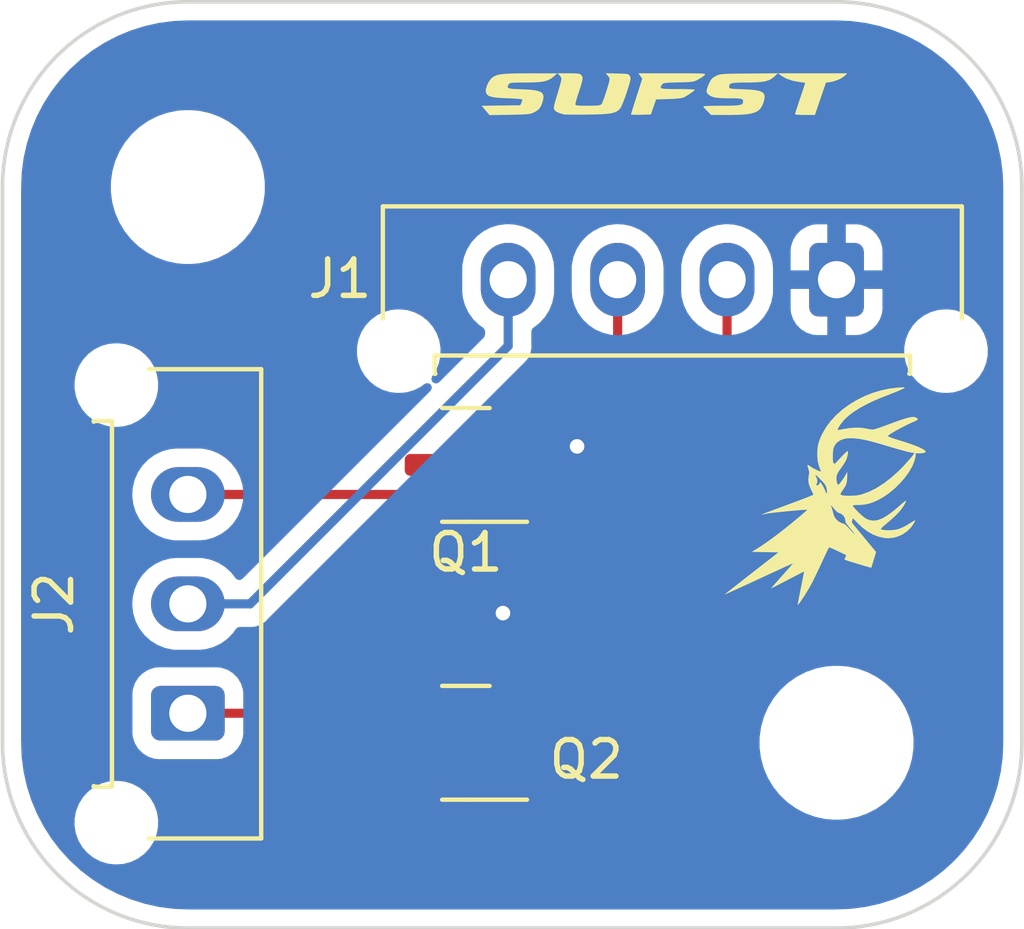
<source format=kicad_pcb>
(kicad_pcb (version 20211014) (generator pcbnew)
  (layers (0 "F.Cu" signal) (31 "B.Cu" signal) (34 "B.Paste" user) (35 "F.Paste" user) (36 "B.SilkS" user "B.Silkscreen") (37 "F.SilkS" user "F.Silkscreen") (38 "B.Mask" user) (39 "F.Mask" user) (44 "Edge.Cuts" user))
  (net 0 "")
  (net 1 "GND")
  (net 2 "Net-(J1-Pad2)")
  (net 3 "Net-(J1-Pad3)")
  (net 4 "+12V")
  (net 5 "Net-(Q2-Pad3)")
  (net 6 "Net-(Q1-Pad3)")
  (footprint "MountingHole:MountingHole_3.2mm_M3" (layer "F.Cu") (at 139.7 111.76)
    (fp_text reference "H1" hide)
    (fp_text value "MountingHole")
    (pad "" np_thru_hole circle (at 0 0) (size 3.2 3.2) (drill 3.2) (layers *.Cu *.Mask))
  )
  (footprint "LOGO" (layer "F.Cu") (at 139.3698 105.0036)
    (fp_text reference "G***" hide)
    (fp_text value "LOGO" hide)
    (fp_poly (pts (xy 2.193665 -2.992995) (xy 2.193911 -2.992856) (xy 2.194167 -2.980385) (xy 2.171998 -2.962069) (xy 2.126394 -2.937367) (xy 2.056342 -2.905739) (xy 1.96083 -2.866646) (xy 1.94763 -2.861436) (xy 1.857202 -2.82583) (xy 1.758844 -2.787056) (xy 1.662725 -2.749124) (xy 1.57901 -2.716044) (xy 1.556236 -2.707033) (xy 1.337913 -2.61471) (xy 1.137086 -2.517771) (xy 0.955885 -2.41747) (xy 0.79644 -2.315055) (xy 0.660884 -2.211778) (xy 0.569582 -2.127869) (xy 0.5206 -2.07462) (xy 0.473563 -2.017261) (xy 0.431419 -1.960187) (xy 0.397117 -1.907792) (xy 0.373606 -1.864472) (xy 0.363835 -1.834623) (xy 0.366142 -1.824631) (xy 0.381974 -1.824258) (xy 0.419104 -1.829032) (xy 0.471701 -1.838074) (xy 0.523797 -1.848374) (xy 0.687879 -1.875024) (xy 0.848547 -1.886654) (xy 0.999334 -1.883109) (xy 1.133775 -1.864232) (xy 1.138737 -1.863153) (xy 1.20266 -1.850272) (xy 1.262706 -1.840326) (xy 1.309457 -1.834793) (xy 1.323788 -1.834135) (xy 1.355705 -1.839418) (xy 1.411437 -1.854874) (xy 1.489177 -1.879915) (xy 1.58712 -1.913952) (xy 1.703458 -1.956396) (xy 1.734106 -1.96784) (xy 1.889656 -2.025579) (xy 2.021863 -2.073213) (xy 2.133041 -2.111319) (xy 2.2255 -2.140472) (xy 2.301554 -2.161252) (xy 2.363514 -2.174233) (xy 2.413693 -2.179994) (xy 2.454404 -2.17911) (xy 2.487958 -2.17216) (xy 2.512379 -2.162017) (xy 2.546806 -2.139592) (xy 2.558254 -2.118332) (xy 2.545685 -2.096558) (xy 2.508063 -2.072589) (xy 2.44435 -2.044748) (xy 2.438567 -2.042486) (xy 2.381745 -2.018492) (xy 2.31176 -1.985972) (xy 2.232566 -1.947067) (xy 2.148119 -1.903916) (xy 2.062372 -1.85866) (xy 1.979281 -1.813439) (xy 1.902799 -1.770395) (xy 1.83688 -1.731667) (xy 1.785481 -1.699396) (xy 1.752554 -1.675723) (xy 1.742924 -1.665948) (xy 1.74336 -1.654736) (xy 1.759055 -1.641425) (xy 1.792189 -1.625124) (xy 1.844946 -1.604941) (xy 1.91951 -1.579987) (xy 2.018064 -1.549369) (xy 2.058223 -1.537272) (xy 2.207119 -1.490971) (xy 2.343204 -1.445235) (xy 2.46444 -1.40093) (xy 2.568793 -1.358921) (xy 2.654226 -1.320073) (xy 2.718705 -1.285253) (xy 2.760192 -1.255326) (xy 2.776531 -1.231849) (xy 2.768262 -1.208902) (xy 2.733492 -1.192715) (xy 2.672711 -1.183431) (xy 2.604402 -1.181072) (xy 2.501094 -1.181072) (xy 2.501094 -1.133903) (xy 2.495054 -1.083495) (xy 2.478616 -1.016537) (xy 2.454306 -0.941082) (xy 2.424649 -0.865184) (xy 2.400436 -0.812855) (xy 2.315461 -0.666699) (xy 2.208081 -0.5188) (xy 2.082945 -0.373774) (xy 1.944701 -0.236236) (xy 1.797997 -0.1108) (xy 1.647482 -0.002083) (xy 1.497803 0.085302) (xy 1.493709 0.087377) (xy 1.362876 0.148259) (xy 1.244063 0.191542) (xy 1.129582 0.219221) (xy 1.011745 0.233292) (xy 0.920542 0.236118) (xy 0.855649 0.236704) (xy 0.813755 0.238874) (xy 0.790081 0.243402) (xy 0.779848 0.251063) (xy 0.778118 0.259219) (xy 0.787563 0.276639) (xy 0.813578 0.309312) (xy 0.852689 0.353246) (xy 0.901418 0.404451) (xy 0.927489 0.430723) (xy 1.004825 0.504915) (xy 1.068749 0.559958) (xy 1.122796 0.598728) (xy 1.158479 0.618618) (xy 1.236438 0.648656) (xy 1.315546 0.662945) (xy 1.39766 0.660692) (xy 1.484636 0.641106) (xy 1.578332 0.603395) (xy 1.680604 0.546765) (xy 1.79331 0.470425) (xy 1.918306 0.373583) (xy 2.05745 0.255446) (xy 2.101614 0.216285) (xy 2.151506 0.172963) (xy 2.1931 0.139313) (xy 2.222651 0.118177) (xy 2.236415 0.112398) (xy 2.236954 0.113569) (xy 2.228276 0.148975) (xy 2.204791 0.199787) (xy 2.169751 0.260289) (xy 2.126409 0.324765) (xy 2.088105 0.375165) (xy 2.033338 0.438914) (xy 1.967617 0.50715) (xy 1.888028 0.582624) (xy 1.791659 0.668088) (xy 1.675596 0.766294) (xy 1.663197 0.776588) (xy 1.615168 0.81809) (xy 1.576978 0.854329) (xy 1.552729 0.881189) (xy 1.546239 0.894024) (xy 1.564231 0.907613) (xy 1.604343 0.917658) (xy 1.661129 0.924112) (xy 1.729139 0.926931) (xy 1.802926 0.926069) (xy 1.877042 0.92148) (xy 1.946039 0.91312) (xy 2.004469 0.900942) (xy 2.01477 0.897931) (xy 2.116528 0.860149) (xy 2.221724 0.808225) (xy 2.336948 0.738841) (xy 2.358671 0.724632) (xy 2.409794 0.692256) (xy 2.451253 0.668691) (xy 2.478487 0.656348) (xy 2.487069 0.656794) (xy 2.480453 0.677509) (xy 2.463515 0.713055) (xy 2.44693 0.743381) (xy 2.364602 0.859662) (xy 2.263191 0.958839) (xy 2.146457 1.03907) (xy 2.018158 1.098513) (xy 1.882053 1.135326) (xy 1.7419 1.147667) (xy 1.637793 1.139961) (xy 1.479543 1.104776) (xy 1.327686 1.045927) (xy 1.180408 0.962385) (xy 1.035895 0.85312) (xy 0.892662 0.717448) (xy 0.778819 0.598866) (xy 0.762531 0.653231) (xy 0.75352 0.69327) (xy 0.757088 0.720142) (xy 0.765654 0.735155) (xy 0.778828 0.75202) (xy 0.807589 0.787632) (xy 0.849779 0.839354) (xy 0.903233 0.904548) (xy 0.965793 0.980578) (xy 1.035296 1.064808) (xy 1.100123 1.143182) (xy 1.415181 1.52365) (xy 1.351134 1.737947) (xy 1.329336 1.810539) (xy 1.310335 1.873172) (xy 1.295532 1.921277) (xy 1.28633 1.950282) (xy 1.284017 1.956728) (xy 1.270353 1.954397) (xy 1.234318 1.945048) (xy 1.180075 1.92993) (xy 1.111782 1.910293) (xy 1.033603 1.887384) (xy 0.949699 1.862453) (xy 0.864229 1.83675) (xy 0.781357 1.811522) (xy 0.705242 1.78802) (xy 0.640047 1.767492) (xy 0.589932 1.751186) (xy 0.559059 1.740353) (xy 0.551199 1.736769) (xy 0.550043 1.719297) (xy 0.560398 1.687147) (xy 0.568522 1.669693) (xy 0.597392 1.613104) (xy 0.365635 1.501058) (xy 0.291933 1.46623) (xy 0.226784 1.436968) (xy 0.174275 1.414986) (xy 0.138495 1.401995) (xy 0.123561 1.399675) (xy 0.115456 1.414419) (xy 0.097172 1.451392) (xy 0.070144 1.507576) (xy 0.035805 1.579953) (xy -0.00441 1.665506) (xy -0.049068 1.761215) (xy -0.082594 1.833485) (xy -0.13413 1.94389) (xy -0.186523 2.054413) (xy -0.237493 2.160363) (xy -0.284757 2.257049) (xy -0.326033 2.339782) (xy -0.359041 2.403869) (xy -0.369848 2.424021) (xy -0.414467 2.503456) (xy -0.462629 2.58529) (xy -0.512339 2.666546) (xy -0.561606 2.744248) (xy -0.608435 2.81542) (xy -0.650835 2.877084) (xy -0.686812 2.926264) (xy -0.714374 2.959985) (xy -0.731526 2.975268) (xy -0.736433 2.971518) (xy -0.733783 2.953491) (xy -0.726266 2.911614) (xy -0.714531 2.849272) (xy -0.699229 2.769853) (xy -0.68101 2.676741) (xy -0.660523 2.573324) (xy -0.647369 2.507512) (xy -0.625987 2.400508) (xy -0.606583 2.302649) (xy -0.589781 2.217148) (xy -0.576207 2.147218) (xy -0.566487 2.096073) (xy -0.561245 2.066927) (xy -0.560525 2.061306) (xy -0.572907 2.067009) (xy -0.60718 2.084165) (xy -0.660599 2.111364) (xy -0.730421 2.147199) (xy -0.813901 2.19026) (xy -0.908295 2.23914) (xy -1.010859 2.292431) (xy -1.013445 2.293776) (xy -1.116228 2.347119) (xy -1.21098 2.396005) (xy -1.294947 2.439034) (xy -1.365375 2.474808) (xy -1.419507 2.501927) (xy -1.454591 2.518992) (xy -1.467872 2.524605) (xy -1.4679 2.524588) (xy -1.45989 2.513738) (xy -1.435427 2.484682) (xy -1.396651 2.439866) (xy -1.345702 2.381735) (xy -1.284721 2.312738) (xy -1.215847 2.23532) (xy -1.167476 2.181211) (xy -1.094593 2.099602) (xy -1.028201 2.024811) (xy -0.970439 1.959283) (xy -0.923449 1.905466) (xy -0.889371 1.865806) (xy -0.870344 1.84275) (xy -0.867067 1.837821) (xy -0.879958 1.842912) (xy -0.916083 1.858827) (xy -0.973481 1.884665) (xy -1.050189 1.919529) (xy -1.144245 1.96252) (xy -1.253686 2.012738) (xy -1.376551 2.069285) (xy -1.510876 2.131262) (xy -1.654701 2.19777) (xy -1.806062 2.267911) (xy -1.811661 2.270508) (xy -1.962708 2.340451) (xy -2.105904 2.406509) (xy -2.239336 2.467814) (xy -2.361091 2.523499) (xy -2.469254 2.572696) (xy -2.561912 2.614538) (xy -2.63715 2.648158) (xy -2.693055 2.672688) (xy -2.727712 2.68726) (xy -2.739209 2.691008) (xy -2.739124 2.690873) (xy -2.726135 2.679776) (xy -2.693059 2.653062) (xy -2.641737 2.612184) (xy -2.574013 2.558592) (xy -2.491729 2.493739) (xy -2.396729 2.419075) (xy -2.290855 2.336053) (xy -2.175951 2.246124) (xy -2.053859 2.150738) (xy -1.995354 2.105088) (xy -1.264947 1.535394) (xy -1.629438 1.528447) (xy -1.993928 1.521499) (xy -1.851747 1.434136) (xy -1.72535 1.352868) (xy -1.582102 1.254319) (xy -1.424945 1.140713) (xy -1.25682 1.014277) (xy -1.080669 0.877236) (xy -0.899433 0.731815) (xy -0.716056 0.580239) (xy -0.655578 0.529252) (xy -0.595904 0.478159) (xy -0.544846 0.433417) (xy -0.505699 0.398002) (xy -0.481762 0.374886) (xy -0.475844 0.367117) (xy -0.491716 0.365911) (xy -0.531589 0.367389) (xy -0.591843 0.371207) (xy -0.668855 0.37702) (xy -0.759004 0.384485) (xy -0.858666 0.393257) (xy -0.964221 0.402993) (xy -1.072045 0.413347) (xy -1.178518 0.423976) (xy -1.280016 0.434536) (xy -1.372918 0.444683) (xy -1.453601 0.454072) (xy -1.518445 0.462359) (xy -1.563825 0.469201) (xy -1.577079 0.471749) (xy -1.621237 0.481468) (xy -1.659101 0.489739) (xy -1.689335 0.496003) (xy -1.710605 0.499704) (xy -1.721573 0.500282) (xy -1.720905 0.49718) (xy -1.707265 0.48984) (xy -1.679316 0.477704) (xy -1.635723 0.460215) (xy -1.57515 0.436814) (xy -1.496261 0.406944) (xy -1.397721 0.370046) (xy -1.278194 0.325564) (xy -1.136344 0.272938) (xy -1.071605 0.24895) (xy 0.175698 0.24895) (xy 0.179894 0.263378) (xy 0.191689 0.291193) (xy 0.191954 0.291795) (xy 0.21034 0.342324) (xy 0.22729 0.403062) (xy 0.234676 0.437318) (xy 0.250376 0.496067) (xy 0.273745 0.555113) (xy 0.288642 0.583215) (xy 0.335279 0.640774) (xy 0.396763 0.691689) (xy 0.463583 0.729066) (xy 0.510294 0.743848) (xy 0.535467 0.751359) (xy 0.56133 0.766278) (xy 0.592091 0.792143) (xy 0.631955 0.83249) (xy 0.685129 0.890858) (xy 0.685277 0.891024) (xy 0.738521 0.950259) (xy 0.776069 0.990918) (xy 0.800407 1.015445) (xy 0.814022 1.02628) (xy 0.819401 1.025865) (xy 0.819803 1.023118) (xy 0.811446 1.011162) (xy 0.788489 0.981817) (xy 0.754109 0.939057) (xy 0.711477 0.886855) (xy 0.694955 0.866799) (xy 0.644661 0.805097) (xy 0.609852 0.759753) (xy 0.587754 0.726179) (xy 0.575588 0.699786) (xy 0.57058 0.675985) (xy 0.569848 0.660011) (xy 0.556433 0.59183) (xy 0.51987 0.531174) (xy 0.464699 0.483227) (xy 0.395464 0.453168) (xy 0.386663 0.451061) (xy 0.354336 0.433994) (xy 0.312001 0.396542) (xy 0.275846 0.356805) (xy 0.229177 0.301834) (xy 0.198294 0.266592) (xy 0.181149 0.249492) (xy 0.175698 0.24895) (xy -1.071605 0.24895) (xy -0.970835 0.211611) (xy -0.823438 0.157001) (xy -0.710084 0.114666) (xy -0.6053 0.074897) (xy -0.511864 0.038793) (xy -0.432554 0.007459) (xy -0.370145 -0.018006) (xy -0.327416 -0.036499) (xy -0.307142 -0.046918) (xy -0.305851 -0.048351) (xy -0.311729 -0.065826) (xy -0.3277 -0.102014) (xy -0.351053 -0.150964) (xy -0.369233 -0.18745) (xy -0.413569 -0.288328) (xy -0.437844 -0.38016) (xy -0.443449 -0.471572) (xy -0.431771 -0.571187) (xy -0.431367 -0.57334) (xy -0.428361 -0.591937) (xy -0.246392 -0.591937) (xy -0.244737 -0.577034) (xy -0.232874 -0.54873) (xy -0.231825 -0.546668) (xy -0.201707 -0.475625) (xy -0.192315 -0.417131) (xy -0.203006 -0.365967) (xy -0.208179 -0.354802) (xy -0.223471 -0.323289) (xy -0.225297 -0.309343) (xy -0.212865 -0.305799) (xy -0.202758 -0.305689) (xy -0.164031 -0.316697) (xy -0.141809 -0.345683) (xy -0.13895 -0.364048) (xy -0.133441 -0.386894) (xy -0.118344 -0.387159) (xy -0.095805 -0.367451) (xy -0.067967 -0.33038) (xy -0.036975 -0.278557) (xy -0.004975 -0.21459) (xy 0.008072 -0.185147) (xy 0.032806 -0.127697) (xy 0.048809 -0.093182) (xy 0.058224 -0.078963) (xy 0.063193 -0.082401) (xy 0.065857 -0.100856) (xy 0.066827 -0.112749) (xy 0.065219 -0.158185) (xy 0.05639 -0.213854) (xy 0.048592 -0.245357) (xy 0.036613 -0.280336) (xy 0.020324 -0.312564) (xy -0.004012 -0.347191) (xy -0.040129 -0.389365) (xy -0.091763 -0.444239) (xy -0.107284 -0.460289) (xy -0.155951 -0.509644) (xy -0.197516 -0.550287) (xy -0.228338 -0.578773) (xy -0.244777 -0.591657) (xy -0.246392 -0.591937) (xy -0.428361 -0.591937) (xy -0.423251 -0.623558) (xy -0.421913 -0.663142) (xy -0.428174 -0.704042) (xy -0.442853 -0.758209) (xy -0.444432 -0.763529) (xy -0.458119 -0.812268) (xy -0.467027 -0.849536) (xy -0.469543 -0.868436) (xy -0.469187 -0.869361) (xy -0.456102 -0.864647) (xy -0.425989 -0.847497) (xy -0.384672 -0.821294) (xy -0.372468 -0.813184) (xy -0.327064 -0.78512) (xy -0.274176 -0.756041) (xy -0.219678 -0.728706) (xy -0.169442 -0.705876) (xy -0.129342 -0.69031) (xy -0.105251 -0.684768) (xy -0.101524 -0.685857) (xy -0.10358 -0.700314) (xy -0.114385 -0.731501) (xy -0.122697 -0.751835) (xy -0.162057 -0.860837) (xy -0.186634 -0.972899) (xy -0.197807 -1.094428) (xy 0.229563 -1.094428) (xy 0.230399 -1.021041) (xy 0.233014 -0.97036) (xy 0.238041 -0.937324) (xy 0.246114 -0.916874) (xy 0.252844 -0.908378) (xy 0.264315 -0.899636) (xy 0.277073 -0.899628) (xy 0.29515 -0.911164) (xy 0.322581 -0.937053) (xy 0.363397 -0.980105) (xy 0.377222 -0.995022) (xy 0.461143 -1.084625) (xy 0.528068 -1.153521) (xy 0.578729 -1.202399) (xy 0.613862 -1.231952) (xy 0.634198 -1.242869) (xy 0.638972 -1.241638) (xy 0.644823 -1.218661) (xy 0.642437 -1.176837) (xy 0.633186 -1.123396) (xy 0.618442 -1.065568) (xy 0.599576 -1.010582) (xy 0.591576 -0.991857) (xy 0.567095 -0.945696) (xy 0.531254 -0.887044) (xy 0.489906 -0.825226) (xy 0.466967 -0.793295) (xy 0.413846 -0.719802) (xy 0.37607 -0.662333) (xy 0.351145 -0.615604) (xy 0.336573 -0.574333) (xy 0.329859 -0.533238) (xy 0.328484 -0.500218) (xy 0.331534 -0.446934) (xy 0.3402 -0.395242) (xy 0.352591 -0.352296) (xy 0.366815 -0.32525) (xy 0.376256 -0.319584) (xy 0.392477 -0.330501) (xy 0.419518 -0.359788) (xy 0.453475 -0.402246) (xy 0.490441 -0.45268) (xy 0.526511 -0.50589) (xy 0.557779 -0.556681) (xy 0.567415 -0.573944) (xy 0.591399 -0.617613) (xy 0.610521 -0.650846) (xy 0.620807 -0.666748) (xy 0.621011 -0.666958) (xy 0.623432 -0.656914) (xy 0.624492 -0.624376) (xy 0.624131 -0.574609) (xy 0.622605 -0.521061) (xy 0.618404 -0.444887) (xy 0.610355 -0.384465) (xy 0.595686 -0.332184) (xy 0.571627 -0.280434) (xy 0.535407 -0.221606) (xy 0.489474 -0.155408) (xy 0.455375 -0.103793) (xy 0.439741 -0.070268) (xy 0.441483 -0.053178) (xy 0.468078 -0.037247) (xy 0.512519 -0.026385) (xy 0.5775 -0.020278) (xy 0.665713 -0.018611) (xy 0.729486 -0.019577) (xy 0.816729 -0.022828) (xy 0.885602 -0.028616) (xy 0.945496 -0.038229) (xy 1.005804 -0.052953) (xy 1.035175 -0.061467) (xy 1.230464 -0.133541) (xy 1.427639 -0.233066) (xy 1.626328 -0.359797) (xy 1.826157 -0.513488) (xy 2.026754 -0.693892) (xy 2.09735 -0.763576) (xy 2.152657 -0.820782) (xy 2.211218 -0.883672) (xy 2.269959 -0.948679) (xy 2.325806 -1.01224) (xy 2.375683 -1.070787) (xy 2.416518 -1.120757) (xy 2.445235 -1.158583) (xy 2.45876 -1.1807) (xy 2.459409 -1.183459) (xy 2.447617 -1.192453) (xy 2.428145 -1.194985) (xy 2.39093 -1.199331) (xy 2.328685 -1.212109) (xy 2.242745 -1.232968) (xy 2.134448 -1.261561) (xy 2.005127 -1.297537) (xy 1.856121 -1.340546) (xy 1.73888 -1.37523) (xy 1.58769 -1.420056) (xy 1.459364 -1.457346) (xy 1.350296 -1.488014) (xy 1.256875 -1.512979) (xy 1.175496 -1.533156) (xy 1.102548 -1.549461) (xy 1.034424 -1.56281) (xy 0.967516 -1.574121) (xy 0.93791 -1.578632) (xy 0.780943 -1.594808) (xy 0.644908 -1.593576) (xy 0.528939 -1.574766) (xy 0.432172 -1.538207) (xy 0.35374 -1.48373) (xy 0.329131 -1.458927) (xy 0.290368 -1.410081) (xy 0.262646 -1.359346) (xy 0.244374 -1.300902) (xy 0.233962 -1.228929) (xy 0.22982 -1.137607) (xy 0.229563 -1.094428) (xy -0.197807 -1.094428) (xy -0.198031 -1.096862) (xy -0.199257 -1.174124) (xy -0.19465 -1.290312) (xy -0.180861 -1.394145) (xy -0.155769 -1.494073) (xy -0.117252 -1.598549) (xy -0.063187 -1.716021) (xy -0.063184 -1.716028) (xy 0.040822 -1.89667) (xy 0.169256 -2.068765) (xy 0.319663 -2.230816) (xy 0.489592 -2.381324) (xy 0.676588 -2.518792) (xy 0.878197 -2.641722) (xy 1.091967 -2.748618) (xy 1.315444 -2.83798) (xy 1.546174 -2.908312) (xy 1.781705 -2.958116) (xy 2.016776 -2.985701) (xy 2.082708 -2.989887) (xy 2.13783 -2.992647) (xy 2.176648 -2.993757)) (layer "F.SilkS") (width 0) (fill solid))
  )
  (footprint "Package_TO_SOT_SMD:SOT-23" (layer "F.Cu") (at 129.54 111.76 180)
    (fp_text reference "Q2" (at -3.302 -0.4572) (layer "F.SilkS"))
    (fp_text value "FDN359BN")
    (fp_line (start 0 1.56) (end 0.65 1.56) (layer "F.SilkS") (width 0.12))
    (fp_line (start 0 -1.56) (end 0.65 -1.56) (layer "F.SilkS") (width 0.12))
    (fp_line (start 0 -1.56) (end -1.675 -1.56) (layer "F.SilkS") (width 0.12))
    (fp_line (start 0 1.56) (end -0.65 1.56) (layer "F.SilkS") (width 0.12))
    (pad "1" smd roundrect (at -0.9375 -0.95 180) (size 1.475 0.6) (layers "F.Cu" "F.Paste" "F.Mask") (net 2 "Net-(J1-Pad2)"))
    (pad "2" smd roundrect (at -0.9375 0.95 180) (size 1.475 0.6) (layers "F.Cu" "F.Paste" "F.Mask") (net 1 "GND"))
    (pad "3" smd roundrect (at 0.9375 0 180) (size 1.475 0.6) (layers "F.Cu" "F.Paste" "F.Mask") (net 5 "Net-(Q2-Pad3)"))
  )
  (footprint "Package_TO_SOT_SMD:SOT-23" (layer "F.Cu") (at 129.54 104.14 180)
    (fp_text reference "Q1" (at 0 -2.4) (layer "F.SilkS"))
    (fp_text value "FDN359BN")
    (fp_line (start 0 1.56) (end 0.65 1.56) (layer "F.SilkS") (width 0.12))
    (fp_line (start 0 -1.56) (end 0.65 -1.56) (layer "F.SilkS") (width 0.12))
    (fp_line (start 0 1.56) (end -0.65 1.56) (layer "F.SilkS") (width 0.12))
    (fp_line (start 0 -1.56) (end -1.675 -1.56) (layer "F.SilkS") (width 0.12))
    (pad "1" smd roundrect (at -0.9375 -0.95 180) (size 1.475 0.6) (layers "F.Cu" "F.Paste" "F.Mask") (net 3 "Net-(J1-Pad3)"))
    (pad "2" smd roundrect (at -0.9375 0.95 180) (size 1.475 0.6) (layers "F.Cu" "F.Paste" "F.Mask") (net 1 "GND"))
    (pad "3" smd roundrect (at 0.9375 0 180) (size 1.475 0.6) (layers "F.Cu" "F.Paste" "F.Mask") (net 6 "Net-(Q1-Pad3)"))
  )
  (footprint "MountingHole:MountingHole_3.2mm_M3" (layer "F.Cu") (at 121.92 96.52)
    (fp_text reference "H2" hide)
    (fp_text value "MountingHole")
    (pad "" np_thru_hole circle (at 0 0) (size 3.2 3.2) (drill 3.2) (layers *.Cu *.Mask))
  )
  (footprint "Connector_Molex:Molex_Micro-Fit_3.0_43650-0415_1x04_P3.00mm_Vertical" (layer "F.Cu") (at 139.7 99.06 180)
    (fp_text reference "J1" (at 13.6144 0.0254) (layer "F.SilkS"))
    (fp_text value "Conn_01x04")
    (fp_line (start 12.435 2.01) (end 12.435 -1.065) (layer "F.SilkS") (width 0.12))
    (fp_line (start -3.435 -1.065) (end -3.435 2.01) (layer "F.SilkS") (width 0.12))
    (fp_line (start 11.015 -2.58) (end 10.995 -2.58) (layer "F.SilkS") (width 0.12))
    (fp_line (start -2.015 -2.08) (end 11.015 -2.08) (layer "F.SilkS") (width 0.12))
    (fp_line (start 11.015 -2.08) (end 11.015 -2.58) (layer "F.SilkS") (width 0.12))
    (fp_line (start -1.995 -2.58) (end -2.015 -2.58) (layer "F.SilkS") (width 0.12))
    (fp_line (start -2.015 -2.58) (end -2.015 -2.08) (layer "F.SilkS") (width 0.12))
    (fp_line (start -3.435 2.01) (end 12.435 2.01) (layer "F.SilkS") (width 0.12))
    (pad "" np_thru_hole circle (at 12 -1.96 180) (size 1.27 1.27) (drill 1.27) (layers *.Cu *.Mask))
    (pad "" np_thru_hole circle (at -3 -1.96 180) (size 1.27 1.27) (drill 1.27) (layers *.Cu *.Mask))
    (pad "1" thru_hole roundrect (at 0 0 180) (size 1.5 2.02) (drill 1.02) (layers *.Cu *.Mask) (roundrect_rratio 0.166667) (net 1 "GND"))
    (pad "2" thru_hole oval (at 3 0 180) (size 1.5 2.02) (drill 1.02) (layers *.Cu *.Mask) (net 2 "Net-(J1-Pad2)"))
    (pad "3" thru_hole oval (at 6 0 180) (size 1.5 2.02) (drill 1.02) (layers *.Cu *.Mask) (net 3 "Net-(J1-Pad3)"))
    (pad "4" thru_hole oval (at 9 0 180) (size 1.5 2.02) (drill 1.02) (layers *.Cu *.Mask) (net 4 "+12V"))
  )
  (footprint "Connector_Molex:Molex_Micro-Fit_3.0_43650-0315_1x03_P3.00mm_Vertical" (layer "F.Cu") (at 121.92 110.95 90)
    (fp_text reference "J2" (at 3 -3.67 90) (layer "F.SilkS"))
    (fp_text value "Conn_01x03")
    (fp_line (start -1.995 -2.58) (end -2.015 -2.58) (layer "F.SilkS") (width 0.12))
    (fp_line (start -3.435 -1.065) (end -3.435 2.01) (layer "F.SilkS") (width 0.12))
    (fp_line (start -3.435 2.01) (end 9.435 2.01) (layer "F.SilkS") (width 0.12))
    (fp_line (start 9.435 2.01) (end 9.435 -1.065) (layer "F.SilkS") (width 0.12))
    (fp_line (start -2.015 -2.58) (end -2.015 -2.08) (layer "F.SilkS") (width 0.12))
    (fp_line (start -2.015 -2.08) (end 8.015 -2.08) (layer "F.SilkS") (width 0.12))
    (fp_line (start 8.015 -2.58) (end 7.995 -2.58) (layer "F.SilkS") (width 0.12))
    (fp_line (start 8.015 -2.08) (end 8.015 -2.58) (layer "F.SilkS") (width 0.12))
    (pad "" np_thru_hole circle (at 9 -1.96 90) (size 1.27 1.27) (drill 1.27) (layers *.Cu *.Mask))
    (pad "" np_thru_hole circle (at -3 -1.96 90) (size 1.27 1.27) (drill 1.27) (layers *.Cu *.Mask))
    (pad "1" thru_hole roundrect (at 0 0 90) (size 1.5 2.02) (drill 1.02) (layers *.Cu *.Mask) (roundrect_rratio 0.166667) (net 5 "Net-(Q2-Pad3)"))
    (pad "2" thru_hole oval (at 3 0 90) (size 1.5 2.02) (drill 1.02) (layers *.Cu *.Mask) (net 4 "+12V"))
    (pad "3" thru_hole oval (at 6 0 90) (size 1.5 2.02) (drill 1.02) (layers *.Cu *.Mask) (net 6 "Net-(Q1-Pad3)"))
  )
  (footprint "LOGO" (layer "F.Cu") (at 134.9798 93.9588)
    (fp_text reference "G***" hide)
    (fp_text value "LOGO" hide)
    (fp_poly (pts (xy -2.9337 -0.556686) (xy -3.028581 -0.472821) (xy -3.101565 -0.415947) (xy -3.180233 -0.373014) (xy -3.272845 -0.342248) (xy -3.387663 -0.321878) (xy -3.532951 -0.310133) (xy -3.71697 -0.305239) (xy -3.812024 -0.304801) (xy -3.969489 -0.304417) (xy -4.083723 -0.302722) (xy -4.162289 -0.298897) (xy -4.212755 -0.292124) (xy -4.242686 -0.281585) (xy -4.259647 -0.266461) (xy -4.266307 -0.25567) (xy -4.288038 -0.210751) (xy -4.293652 -0.178222) (xy -4.277098 -0.15575) (xy -4.232323 -0.141) (xy -4.153274 -0.131638) (xy -4.033901 -0.12533) (xy -3.91795 -0.121317) (xy -3.713981 -0.111441) (xy -3.556526 -0.094735) (xy -3.441483 -0.068668) (xy -3.364748 -0.030712) (xy -3.322218 0.021663) (xy -3.309789 0.090987) (xy -3.32336 0.179789) (xy -3.33957 0.235244) (xy -3.383025 0.346618) (xy -3.435349 0.423247) (xy -3.510095 0.480972) (xy -3.5814 0.517861) (xy -3.624028 0.535759) (xy -3.670165 0.549417) (xy -3.727575 0.559558) (xy -3.804021 0.566909) (xy -3.907268 0.572194) (xy -4.045079 0.57614) (xy -4.225218 0.579471) (xy -4.24403 0.579769) (xy -4.79236 0.588391) (xy -4.900009 0.459817) (xy -5.007657 0.331242) (xy -4.479002 0.324371) (xy -3.950346 0.3175) (xy -3.915965 0.245725) (xy -3.896853 0.190849) (xy -3.89814 0.157345) (xy -3.898614 0.156825) (xy -3.92863 0.150138) (xy -4.000348 0.14287) (xy -4.104684 0.13569) (xy -4.232556 0.129271) (xy -4.313673 0.126168) (xy -4.500398 0.117414) (xy -4.642545 0.104326) (xy -4.746268 0.085139) (xy -4.817725 0.058088) (xy -4.863071 0.021408) (xy -4.888461 -0.026664) (xy -4.892163 -0.039664) (xy -4.891863 -0.115565) (xy -4.865728 -0.21217) (xy -4.820718 -0.311384) (xy -4.763792 -0.395115) (xy -4.749501 -0.410526) (xy -4.704878 -0.450034) (xy -4.654263 -0.481959) (xy -4.592025 -0.507069) (xy -4.512531 -0.526135) (xy -4.41015 -0.539925) (xy -4.27925 -0.54921) (xy -4.114201 -0.554758) (xy -3.90937 -0.557339) (xy -3.67204 -0.557743)) (layer "F.SilkS") (width 0) (fill solid))
    (fp_poly (pts (xy -1.295177 -0.553274) (xy -1.163777 -0.549892) (xy -1.073855 -0.545529) (xy -1.016096 -0.538268) (xy -0.981185 -0.52619) (xy -0.959808 -0.507378) (xy -0.943145 -0.480797) (xy -0.930285 -0.452462) (xy -0.925258 -0.419823) (xy -0.929682 -0.374523) (xy -0.945175 -0.308204) (xy -0.973356 -0.212511) (xy -1.015841 -0.079085) (xy -1.028438 -0.040237) (xy -1.076905 0.101552) (xy -1.124584 0.227758) (xy -1.16744 0.328487) (xy -1.20144 0.393838) (xy -1.210517 0.406541) (xy -1.255109 0.452689) (xy -1.306716 0.489287) (xy -1.371616 0.517503) (xy -1.456086 0.538507) (xy -1.566404 0.553467) (xy -1.708847 0.563553) (xy -1.889692 0.569933) (xy -2.1082 0.573691) (xy -2.279868 0.575215) (xy -2.436605 0.575563) (xy -2.570582 0.574803) (xy -2.673965 0.573002) (xy -2.738925 0.570225) (xy -2.7559 0.568196) (xy -2.876248 0.533342) (xy -2.955543 0.497815) (xy -3.003386 0.457053) (xy -3.010455 0.447218) (xy -3.023414 0.421621) (xy -3.028325 0.389656) (xy -3.023706 0.343075) (xy -3.008072 0.273629) (xy -2.97994 0.173068) (xy -2.937826 0.033144) (xy -2.933355 0.018521) (xy -2.893587 -0.114656) (xy -2.859866 -0.233687) (xy -2.83484 -0.328735) (xy -2.82116 -0.389962) (xy -2.8194 -0.404574) (xy -2.837141 -0.458114) (xy -2.87499 -0.507011) (xy -2.930579 -0.5588) (xy -2.624927 -0.5588) (xy -2.492157 -0.557843) (xy -2.400645 -0.554122) (xy -2.340868 -0.546366) (xy -2.303307 -0.533303) (xy -2.278438 -0.513661) (xy -2.277237 -0.51235) (xy -2.25318 -0.480059) (xy -2.240912 -0.442935) (xy -2.241551 -0.392547) (xy -2.256217 -0.320466) (xy -2.286027 -0.218261) (xy -2.332101 -0.077504) (xy -2.3368 -0.063501) (xy -2.375751 0.055947) (xy -2.407797 0.160895) (xy -2.429738 0.240385) (xy -2.438375 0.283458) (xy -2.4384 0.28456) (xy -2.434385 0.303056) (xy -2.417071 0.315777) (xy -2.378559 0.323786) (xy -2.310948 0.328147) (xy -2.206339 0.329923) (xy -2.099437 0.3302) (xy -1.958555 0.329354) (xy -1.859672 0.32613) (xy -1.794003 0.319495) (xy -1.752767 0.308417) (xy -1.727178 0.291862) (xy -1.721307 0.28575) (xy -1.700667 0.246792) (xy -1.670298 0.170726) (xy -1.634038 0.069395) (xy -1.595721 -0.045353) (xy -1.559183 -0.161673) (xy -1.52826 -0.267719) (xy -1.506788 -0.351644) (xy -1.498603 -0.401603) (xy -1.4986 -0.402044) (xy -1.514966 -0.447078) (xy -1.554345 -0.500564) (xy -1.554602 -0.500837) (xy -1.610603 -0.560447)) (layer "F.SilkS") (width 0) (fill solid))
    (fp_poly (pts (xy 0.460837 -0.558722) (xy 0.656404 -0.558323) (xy 0.810383 -0.557359) (xy 0.927378 -0.555588) (xy 1.011995 -0.552766) (xy 1.06884 -0.548648) (xy 1.102518 -0.542991) (xy 1.117635 -0.535551) (xy 1.118796 -0.526084) (xy 1.110607 -0.514347) (xy 1.108278 -0.511733) (xy 1.062806 -0.473684) (xy 0.990527 -0.425251) (xy 0.932891 -0.391411) (xy 0.881218 -0.364041) (xy 0.834473 -0.344265) (xy 0.782898 -0.330607) (xy 0.716736 -0.321593) (xy 0.62623 -0.315747) (xy 0.501623 -0.311593) (xy 0.386956 -0.308859) (xy 0.232584 -0.304988) (xy 0.121054 -0.300663) (xy 0.044414 -0.29477) (xy -0.005291 -0.286195) (xy -0.036014 -0.273825) (xy -0.055707 -0.256546) (xy -0.063894 -0.24573) (xy -0.08998 -0.205748) (xy -0.100817 -0.17592) (xy -0.090997 -0.154762) (xy -0.055113 -0.140787) (xy 0.012243 -0.132511) (xy 0.116479 -0.128448) (xy 0.263002 -0.127111) (xy 0.3683 -0.127) (xy 0.516475 -0.126024) (xy 0.645452 -0.123309) (xy 0.747327 -0.119176) (xy 0.814195 -0.113944) (xy 0.83815 -0.10795) (xy 0.818298 -0.084891) (xy 0.766828 -0.044252) (xy 0.695783 0.005576) (xy 0.617206 0.056203) (xy 0.543137 0.099237) (xy 0.5334 0.104394) (xy 0.476796 0.120144) (xy 0.37573 0.133307) (xy 0.236502 0.143216) (xy 0.122551 0.147777) (xy -0.224798 0.15806) (xy -0.3683 0.5715) (xy -0.64135 0.578709) (xy -0.752202 0.580235) (xy -0.841415 0.578799) (xy -0.898628 0.574739) (xy -0.9144 0.569753) (xy -0.906984 0.54169) (xy -0.8863 0.47285) (xy -0.854694 0.370799) (xy -0.814514 0.243101) (xy -0.768107 0.09732) (xy -0.759514 0.070496) (xy -0.604628 -0.412596) (xy -0.658675 -0.485698) (xy -0.712721 -0.5588) (xy 0.219076 -0.5588)) (layer "F.SilkS") (width 0) (fill solid))
    (fp_poly (pts (xy 3.01839 -0.471932) (xy 2.948061 -0.414854) (xy 2.869068 -0.37178) (xy 2.773452 -0.340983) (xy 2.653256 -0.320735) (xy 2.500521 -0.309309) (xy 2.307289 -0.304978) (xy 2.248369 -0.304801) (xy 2.08255 -0.303893) (xy 1.960801 -0.300066) (xy 1.876407 -0.291666) (xy 1.822653 -0.277038) (xy 1.792826 -0.254526) (xy 1.780211 -0.222475) (xy 1.778 -0.188872) (xy 1.780087 -0.167543) (xy 1.791428 -0.152238) (xy 1.819645 -0.141581) (xy 1.872356 -0.1342) (xy 1.957183 -0.128721) (xy 2.081746 -0.123772) (xy 2.15265 -0.121357) (xy 2.354711 -0.111404) (xy 2.51028 -0.094943) (xy 2.623521 -0.069292) (xy 2.698598 -0.031769) (xy 2.739673 0.020305) (xy 2.750911 0.089611) (xy 2.736474 0.178832) (xy 2.717459 0.242322) (xy 2.678888 0.337709) (xy 2.629707 0.414108) (xy 2.564356 0.473491) (xy 2.477273 0.517827) (xy 2.362896 0.549087) (xy 2.215665 0.569241) (xy 2.030017 0.58026) (xy 1.800391 0.584114) (xy 1.752551 0.5842) (xy 1.280576 0.5842) (xy 1.173688 0.475288) (xy 1.11687 0.414608) (xy 1.078104 0.367879) (xy 1.0668 0.348288) (xy 1.090929 0.342781) (xy 1.15824 0.33795) (xy 1.261115 0.334066) (xy 1.391937 0.331402) (xy 1.543088 0.330231) (xy 1.572985 0.3302) (xy 1.76077 0.329435) (xy 1.903785 0.326278) (xy 2.008045 0.319434) (xy 2.079569 0.307608) (xy 2.124374 0.289506) (xy 2.148477 0.263832) (xy 2.157894 0.229292) (xy 2.159 0.204103) (xy 2.15395 0.174968) (xy 2.13406 0.154154) (xy 2.092221 0.140305) (xy 2.021322 0.132066) (xy 1.914253 0.128083) (xy 1.763903 0.127002) (xy 1.754312 0.127) (xy 1.578708 0.123991) (xy 1.444866 0.113817) (xy 1.344041 0.094754) (xy 1.267487 0.06508) (xy 1.20646 0.023072) (xy 1.200657 0.01793) (xy 1.168303 -0.020853) (xy 1.1569 -0.067204) (xy 1.167465 -0.131416) (xy 1.201015 -0.223784) (xy 1.231564 -0.294666) (xy 1.276633 -0.38014) (xy 1.329846 -0.436466) (xy 1.410613 -0.484031) (xy 1.412911 -0.485166) (xy 1.448982 -0.502261) (xy 1.484128 -0.515877) (xy 1.524471 -0.526468) (xy 1.576128 -0.534488) (xy 1.645221 -0.540391) (xy 1.737869 -0.544634) (xy 1.860191 -0.54767) (xy 2.018308 -0.549954) (xy 2.218339 -0.55194) (xy 2.3241 -0.552862) (xy 3.1115 -0.559623)) (layer "F.SilkS") (width 0) (fill solid))
    (fp_poly (pts (xy 4.954928 -0.497353) (xy 4.874084 -0.435313) (xy 4.760167 -0.378725) (xy 4.630852 -0.335343) (xy 4.545371 -0.317669) (xy 4.429843 -0.300569) (xy 4.278671 0.141653) (xy 4.1275 0.583874) (xy 3.85445 0.584037) (xy 3.743565 0.582376) (xy 3.654337 0.577755) (xy 3.597136 0.570922) (xy 3.5814 0.564284) (xy 3.589101 0.534769) (xy 3.610451 0.465367) (xy 3.64282 0.364312) (xy 3.683577 0.239837) (xy 3.7211 0.127) (xy 3.766583 -0.009145) (xy 3.805873 -0.127245) (xy 3.836368 -0.21944) (xy 3.855467 -0.277869) (xy 3.8608 -0.295091) (xy 3.837794 -0.300168) (xy 3.777766 -0.308752) (xy 3.70205 -0.318003) (xy 3.516154 -0.353668) (xy 3.344745 -0.41368) (xy 3.204932 -0.491991) (xy 3.200458 -0.495257) (xy 3.11433 -0.5588) (xy 5.012655 -0.5588)) (layer "F.SilkS") (width 0) (fill solid))
  )
  (gr_line (start 144.780004 96.52) (end 144.780004 111.760004) (layer "Edge.Cuts") (width 0.1))
  (gr_arc (start 144.780004 111.760004) (mid 143.292106 115.352106) (end 139.700004 116.840004) (layer "Edge.Cuts") (width 0.1))
  (gr_arc (start 139.700004 91.44) (mid 143.292106 92.927898) (end 144.780004 96.52) (layer "Edge.Cuts") (width 0.1))
  (gr_line (start 139.700004 116.840004) (end 121.92 116.840004) (layer "Edge.Cuts") (width 0.1))
  (gr_arc (start 116.84 96.52) (mid 118.327898 92.927898) (end 121.92 91.44) (layer "Edge.Cuts") (width 0.1))
  (gr_line (start 121.92 91.44) (end 139.700004 91.44) (layer "Edge.Cuts") (width 0.1))
  (gr_arc (start 121.92 116.840004) (mid 118.327898 115.352106) (end 116.84 111.760004) (layer "Edge.Cuts") (width 0.1))
  (gr_line (start 116.84 111.760004) (end 116.84 96.52) (layer "Edge.Cuts") (width 0.1))
  (segment (start 130.4775 108.2825) (end 130.556 108.204) (width 0.25) (layer "F.Cu") (net 1))
  (segment (start 130.4775 103.19) (end 132.146 103.19) (width 0.25) (layer "F.Cu") (net 1))
  (segment (start 132.146 103.19) (end 132.588 103.632) (width 0.25) (layer "F.Cu") (net 1))
  (segment (start 130.4775 110.81) (end 130.4775 108.2825) (width 0.25) (layer "F.Cu") (net 1))
  (via (at 130.556 108.204) (size 0.8) (drill 0.4) (layers "F.Cu" "B.Cu") (net 1))
  (via (at 132.588 103.632) (size 0.8) (drill 0.4) (layers "F.Cu" "B.Cu") (net 1))
  (segment (start 136.7 106.4875) (end 136.7 99.06) (width 0.25) (layer "F.Cu") (net 2))
  (segment (start 130.4775 112.71) (end 136.7 106.4875) (width 0.25) (layer "F.Cu") (net 2))
  (segment (start 130.4775 105.09) (end 132.155305 105.09) (width 0.25) (layer "F.Cu") (net 3))
  (segment (start 132.155305 105.09) (end 133.7 103.545305) (width 0.25) (layer "F.Cu") (net 3))
  (segment (start 133.7 103.545305) (end 133.7 99.06) (width 0.25) (layer "F.Cu") (net 3))
  (segment (start 121.92 107.95) (end 123.626713 107.95) (width 0.25) (layer "B.Cu") (net 4))
  (segment (start 123.626713 107.95) (end 130.7 100.876713) (width 0.25) (layer "B.Cu") (net 4))
  (segment (start 130.7 100.876713) (end 130.7 99.06) (width 0.25) (layer "B.Cu") (net 4))
  (segment (start 121.92 110.95) (end 127.7925 110.95) (width 0.25) (layer "F.Cu") (net 5))
  (segment (start 127.7925 110.95) (end 128.6025 111.76) (width 0.25) (layer "F.Cu") (net 5))
  (segment (start 121.92 104.95) (end 127.7925 104.95) (width 0.25) (layer "F.Cu") (net 6))
  (segment (start 127.7925 104.95) (end 128.6025 104.14) (width 0.25) (layer "F.Cu") (net 6))
  (zone (net 1) (net_name "GND") (layer "B.Cu") (connect_pads (clearance 0.508)) (min_thickness 0.254) (fill yes (thermal_gap 0.508) (thermal_bridge_width 0.508))
    (polygon (pts (xy 144.78 116.84) (xy 116.84 116.84) (xy 116.84 91.44) (xy 144.78 91.44)))
  )
)
</source>
